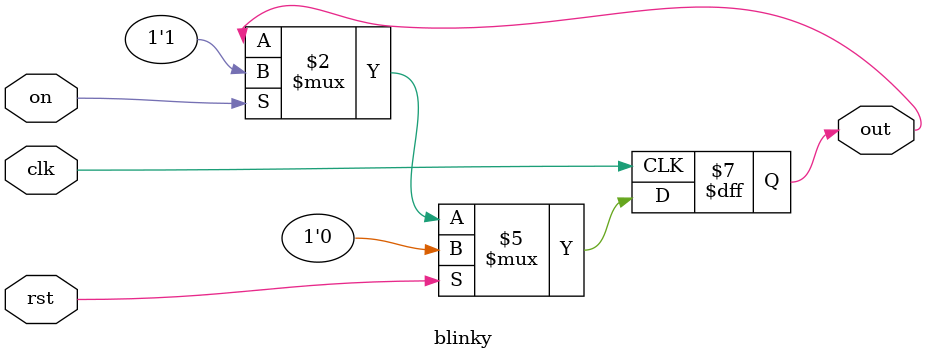
<source format=sv>

module blinky(
    input   logic   rst,
    input   logic   clk,
    input   logic   on,
    
    output  logic   out
    );
    
    always_ff @(posedge clk) begin
    
        if(rst)
            out <= '0;
        else if(on)
            out <= '1;  
           
    end
    
endmodule

</source>
